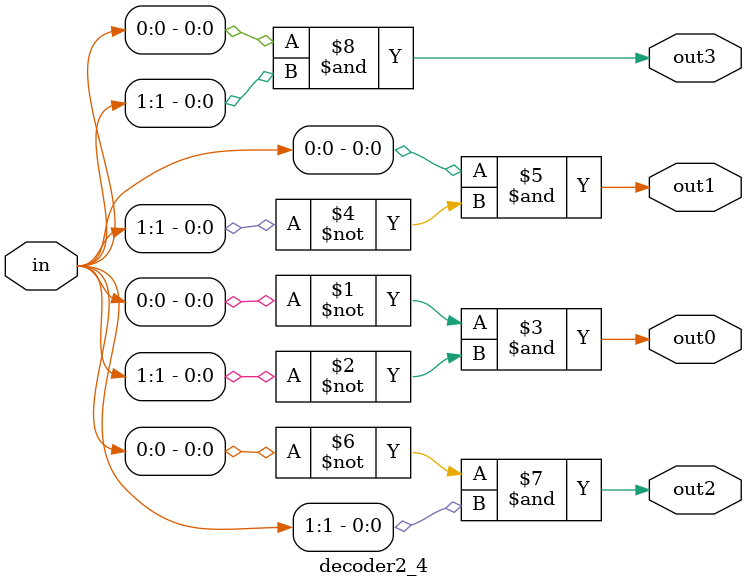
<source format=v>
module decoder2_4 (in, out0, out1, out2, out3);

	input wire [1:0] in;

	output out0, out1, out2, out3;

	assign out0 = ~in[0] & ~in[1];
	assign out1 = in[0] & ~in[1];
	assign out2 = ~in[0] & in[1];
	assign out3 = in[0] & in[1];

endmodule
</source>
